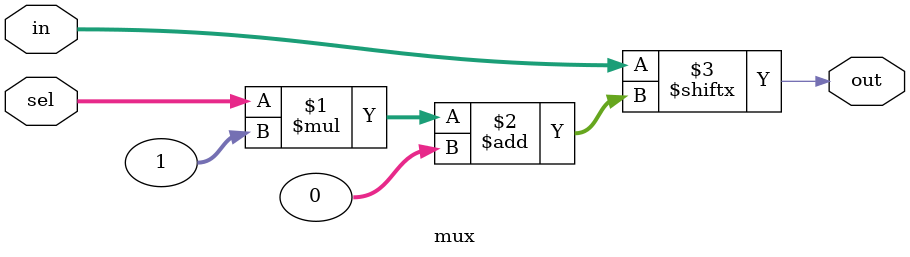
<source format=v>
/*This module is part from mux functionaly allows the inputs
considerations for logic channels and the width parameter
Was did by: Team14: Alonso Emmanuel Lopez Macias & Cesar Eduardo Inda Ceniceros
*/

module mux #(
    parameter WIDTH = 1,
    parameter CHANNELS = 4
)(	
    input  wire [WIDTH*CHANNELS-1:0] in,  	//Aqui se concatenan las entradas
    input  wire [$clog2(CHANNELS)-1:0] sel,
    output wire [WIDTH-1:0] out
);

    assign out = in[sel*WIDTH +: WIDTH];

endmodule
</source>
